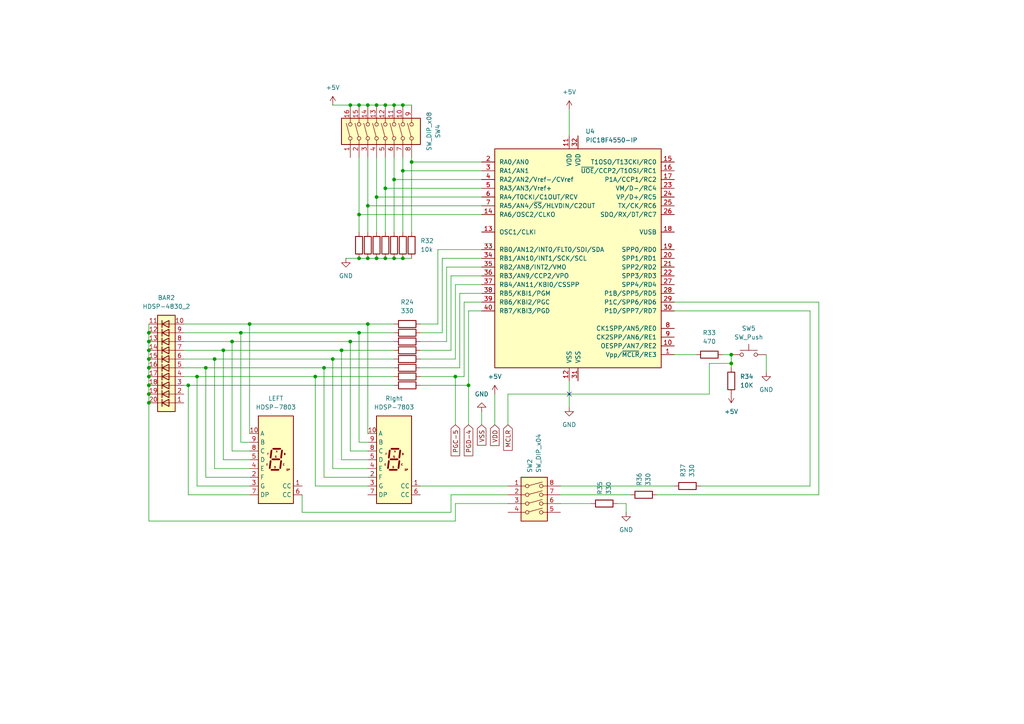
<source format=kicad_sch>
(kicad_sch (version 20250114) (generator "eeschema") (generator_version "9.0")
  (paper "A4")
  (lib_symbols
    (symbol "Device:R" (pin_numbers (hide yes)) (pin_names (offset 0))
      (property "Reference" "R" (at 2.032 0 90))
      (property "Value" "R" (at 0 0 90))
      (symbol "R_0_1"
        (rectangle (start -1.016 -2.54) (end 1.016 2.54) (stroke (width 0.254)))
      )
      (symbol "R_1_1"
        (pin passive line (at 0 3.81 270) (length 1.27) (name "~") (number "1"))
        (pin passive line (at 0 -3.81 90) (length 1.27) (name "~") (number "2"))
      )
    )
    (symbol "Display_Character:HDSP-7803"
      (property "Reference" "U" (at -3.81 13.97 0))
      (property "Value" "HDSP-7803" (at 6.35 13.97 0))
      (symbol "HDSP-7803_1_0"
        (text "E" (at -2.54 -1.397 0) (effects (font (size 0.508 0.508))))
        (text "F" (at -2.286 1.651 0) (effects (font (size 0.508 0.508))))
        (text "D" (at -0.254 -2.159 0) (effects (font (size 0.508 0.508))))
        (text "G" (at 0 0.889 0) (effects (font (size 0.508 0.508))))
        (text "A" (at 0.254 2.413 0) (effects (font (size 0.508 0.508))))
        (text "C" (at 2.286 -1.397 0) (effects (font (size 0.508 0.508))))
        (text "B" (at 2.54 1.651 0) (effects (font (size 0.508 0.508))))
        (text "DP" (at 3.556 -2.921 0) (effects (font (size 0.508 0.508))))
      )
      (symbol "HDSP-7803_1_1"
        (rectangle (start -5.08 12.7) (end 5.08 -12.7) (stroke (width 0.254)) (fill (type background)))
        (polyline (pts (xy -1.524 -0.381) (xy -1.778 -2.413)) (stroke (width 0.508)))
        (polyline (pts (xy -1.27 2.667) (xy -1.524 0.635)) (stroke (width 0.508)))
        (polyline (pts (xy -1.27 -2.921) (xy 0.762 -2.921)) (stroke (width 0.508)))
        (polyline (pts (xy -1.016 0.127) (xy 1.016 0.127)) (stroke (width 0.508)))
        (polyline (pts (xy -0.762 3.175) (xy 1.27 3.175)) (stroke (width 0.508)))
        (polyline (pts (xy 1.524 -0.381) (xy 1.27 -2.413)) (stroke (width 0.508)))
        (polyline (pts (xy 1.778 2.667) (xy 1.524 0.635)) (stroke (width 0.508)))
        (polyline (pts (xy 2.54 -2.921) (xy 2.54 -2.921)) (stroke (width 0.508)))
        (pin input line (at -7.62 7.62 0) (length 2.54) (name "A") (number "10"))
        (pin input line (at -7.62 5.08 0) (length 2.54) (name "B") (number "9"))
        (pin input line (at -7.62 2.54 0) (length 2.54) (name "C") (number "8"))
        (pin input line (at -7.62 0 0) (length 2.54) (name "D") (number "5"))
        (pin input line (at -7.62 -2.54 0) (length 2.54) (name "E") (number "4"))
        (pin input line (at -7.62 -5.08 0) (length 2.54) (name "F") (number "2"))
        (pin input line (at -7.62 -7.62 0) (length 2.54) (name "G") (number "3"))
        (pin input line (at -7.62 -10.16 0) (length 2.54) (name "DP") (number "7"))
        (pin input line (at 7.62 -7.62 180) (length 2.54) (name "CC") (number "1"))
        (pin input line (at 7.62 -10.16 180) (length 2.54) (name "CC") (number "6"))
      )
    )
    (symbol "LED:HDSP-4830_2" (pin_names (offset 1.016) (hide yes))
      (property "Reference" "BAR" (at 0 15.24 0))
      (property "Value" "HDSP-4830_2" (at 0 -17.78 0))
      (symbol "HDSP-4830_2_0_1"
        (rectangle (start -2.54 12.7) (end 2.54 -15.24) (stroke (width 0.254)) (fill (type background)))
        (polyline (pts (xy -2.54 10.16) (xy 2.54 10.16)))
        (polyline (pts (xy -2.54 7.62) (xy 2.54 7.62)))
        (polyline (pts (xy -2.54 5.08) (xy 2.54 5.08)))
        (polyline (pts (xy -2.54 0) (xy 2.54 0)))
        (polyline (pts (xy -2.54 -5.08) (xy 2.54 -5.08)))
        (polyline (pts (xy -2.54 -7.62) (xy 2.54 -7.62)))
        (polyline (pts (xy -2.54 -10.16) (xy 2.54 -10.16)))
        (polyline (pts (xy -2.54 -12.7) (xy 2.54 -12.7)))
        (polyline (pts (xy -0.762 11.176) (xy -0.762 9.144) (xy 1.27 10.16) (xy -0.762 11.176)) (stroke (width 0.254)))
        (polyline (pts (xy -0.762 8.636) (xy -0.762 6.604) (xy 1.27 7.62) (xy -0.762 8.636)) (stroke (width 0.254)))
        (polyline (pts (xy -0.762 6.096) (xy -0.762 4.064) (xy 1.27 5.08) (xy -0.762 6.096)) (stroke (width 0.254)))
        (polyline (pts (xy -0.762 3.556) (xy -0.762 1.524) (xy 1.27 2.54) (xy -0.762 3.556)) (stroke (width 0.254)))
        (polyline (pts (xy -0.762 1.016) (xy -0.762 -1.016) (xy 1.27 0) (xy -0.762 1.016)) (stroke (width 0.254)))
        (polyline (pts (xy -0.762 -1.524) (xy -0.762 -3.556) (xy 1.27 -2.54) (xy -0.762 -1.524)) (stroke (width 0.254)))
        (polyline (pts (xy -0.762 -4.064) (xy -0.762 -6.096) (xy 1.27 -5.08) (xy -0.762 -4.064)) (stroke (width 0.254)))
        (polyline (pts (xy -0.762 -6.604) (xy -0.762 -8.636) (xy 1.27 -7.62) (xy -0.762 -6.604)) (stroke (width 0.254)))
        (polyline (pts (xy -0.762 -9.144) (xy -0.762 -11.176) (xy 1.27 -10.16) (xy -0.762 -9.144)) (stroke (width 0.254)))
        (polyline (pts (xy -0.762 -11.684) (xy -0.762 -13.716) (xy 1.27 -12.7) (xy -0.762 -11.684)) (stroke (width 0.254)))
        (polyline (pts (xy 1.27 11.176) (xy 1.27 9.144)) (stroke (width 0.254)))
        (polyline (pts (xy 1.27 8.636) (xy 1.27 6.604)) (stroke (width 0.254)))
        (polyline (pts (xy 1.27 6.096) (xy 1.27 4.064)) (stroke (width 0.254)))
        (polyline (pts (xy 1.27 3.556) (xy 1.27 1.524)) (stroke (width 0.254)))
        (polyline (pts (xy 1.27 1.016) (xy 1.27 -1.016)) (stroke (width 0.254)))
        (polyline (pts (xy 1.27 -1.524) (xy 1.27 -3.556)) (stroke (width 0.254)))
        (polyline (pts (xy 1.27 -4.064) (xy 1.27 -6.096)) (stroke (width 0.254)))
        (polyline (pts (xy 1.27 -6.604) (xy 1.27 -8.636)) (stroke (width 0.254)))
        (polyline (pts (xy 1.27 -9.144) (xy 1.27 -11.176)) (stroke (width 0.254)))
        (polyline (pts (xy 1.27 -11.684) (xy 1.27 -13.716)) (stroke (width 0.254)))
        (polyline (pts (xy 2.54 2.54) (xy -2.54 2.54)))
        (polyline (pts (xy 2.54 -2.54) (xy -2.54 -2.54)))
      )
      (symbol "HDSP-4830_2_1_1"
        (pin passive line (at -5.08 10.16 0) (length 2.54) (name "A") (number "1"))
        (pin passive line (at -5.08 7.62 0) (length 2.54) (name "A") (number "2"))
        (pin passive line (at -5.08 5.08 0) (length 2.54) (name "A") (number "3"))
        (pin passive line (at -5.08 2.54 0) (length 2.54) (name "A") (number "4"))
        (pin passive line (at -5.08 0 0) (length 2.54) (name "A") (number "5"))
        (pin passive line (at -5.08 -2.54 0) (length 2.54) (name "A") (number "6"))
        (pin passive line (at -5.08 -5.08 0) (length 2.54) (name "A") (number "7"))
        (pin passive line (at -5.08 -7.62 0) (length 2.54) (name "A") (number "8"))
        (pin passive line (at -5.08 -10.16 0) (length 2.54) (name "A") (number "9"))
        (pin passive line (at -5.08 -12.7 0) (length 2.54) (name "A") (number "10"))
        (pin passive line (at 5.08 10.16 180) (length 2.54) (name "K") (number "20"))
        (pin passive line (at 5.08 7.62 180) (length 2.54) (name "K") (number "19"))
        (pin passive line (at 5.08 5.08 180) (length 2.54) (name "K") (number "18"))
        (pin passive line (at 5.08 2.54 180) (length 2.54) (name "K") (number "17"))
        (pin passive line (at 5.08 0 180) (length 2.54) (name "K") (number "16"))
        (pin passive line (at 5.08 -2.54 180) (length 2.54) (name "K") (number "15"))
        (pin passive line (at 5.08 -5.08 180) (length 2.54) (name "K") (number "14"))
        (pin passive line (at 5.08 -7.62 180) (length 2.54) (name "K") (number "13"))
        (pin passive line (at 5.08 -10.16 180) (length 2.54) (name "K") (number "12"))
        (pin passive line (at 5.08 -12.7 180) (length 2.54) (name "K") (number "11"))
      )
    )
    (symbol "MCU_Microchip_PIC18:PIC18F4550-IP" (pin_names (offset 1.27))
      (property "Reference" "U" (at -22.86 33.02 0))
      (property "Value" "PIC18F4550-IP" (at 13.97 -33.02 0))
      (symbol "PIC18F4550-IP_0_1"
        (rectangle (start -24.13 31.75) (end 24.13 -31.75) (stroke (width 0.254)) (fill (type background)))
      )
      (symbol "PIC18F4550-IP_1_1"
        (pin bidirectional line (at -27.94 27.94 0) (length 3.81) (name "RA0/AN0") (number "2"))
        (pin bidirectional line (at -27.94 25.4 0) (length 3.81) (name "RA1/AN1") (number "3"))
        (pin bidirectional line (at -27.94 22.86 0) (length 3.81) (name "RA2/AN2/Vref-/CVref") (number "4"))
        (pin bidirectional line (at -27.94 20.32 0) (length 3.81) (name "RA3/AN3/Vref+") (number "5"))
        (pin bidirectional line (at -27.94 17.78 0) (length 3.81) (name "RA4/T0CKI/C1OUT/RCV") (number "6"))
        (pin bidirectional line (at -27.94 15.24 0) (length 3.81) (name "RA5/AN4/~{SS}/HLVDIN/C2OUT") (number "7"))
        (pin output line (at -27.94 12.7 0) (length 3.81) (name "RA6/OSC2/CLKO") (number "14"))
        (pin input line (at -27.94 7.62 0) (length 3.81) (name "OSC1/CLKI") (number "13"))
        (pin bidirectional line (at -27.94 2.54 0) (length 3.81) (name "RB0/AN12/INT0/FLT0/SDI/SDA") (number "33"))
        (pin bidirectional line (at -27.94 0 0) (length 3.81) (name "RB1/AN10/INT1/SCK/SCL") (number "34"))
        (pin bidirectional line (at -27.94 -2.54 0) (length 3.81) (name "RB2/AN8/INT2/VMO") (number "35"))
        (pin bidirectional line (at -27.94 -5.08 0) (length 3.81) (name "RB3/AN9/CCP2/VPO") (number "36"))
        (pin bidirectional line (at -27.94 -7.62 0) (length 3.81) (name "RB4/AN11/KBI0/CSSPP") (number "37"))
        (pin bidirectional line (at -27.94 -10.16 0) (length 3.81) (name "RB5/KBI1/PGM") (number "38"))
        (pin bidirectional line (at -27.94 -12.7 0) (length 3.81) (name "RB6/KBI2/PGC") (number "39"))
        (pin bidirectional line (at -27.94 -15.24 0) (length 3.81) (name "RB7/KBI3/PGD") (number "40"))
        (pin power_in line (at -2.54 35.56 270) (length 3.81) (name "VDD") (number "11"))
        (pin power_in line (at -2.54 -35.56 90) (length 3.81) (name "VSS") (number "12"))
        (pin power_in line (at 0 35.56 270) (length 3.81) (name "VDD") (number "32"))
        (pin power_in line (at 0 -35.56 90) (length 3.81) (name "VSS") (number "31"))
        (pin bidirectional line (at 27.94 27.94 180) (length 3.81) (name "T1OSO/T13CKI/RC0") (number "15"))
        (pin bidirectional line (at 27.94 25.4 180) (length 3.81) (name "~{UOE}/CCP2/T1OSI/RC1") (number "16"))
        (pin bidirectional line (at 27.94 22.86 180) (length 3.81) (name "P1A/CCP1/RC2") (number "17"))
        (pin bidirectional line (at 27.94 20.32 180) (length 3.81) (name "VM/D-/RC4") (number "23"))
        (pin bidirectional line (at 27.94 17.78 180) (length 3.81) (name "VP/D+/RC5") (number "24"))
        (pin bidirectional line (at 27.94 15.24 180) (length 3.81) (name "TX/CK/RC6") (number "25"))
        (pin bidirectional line (at 27.94 12.7 180) (length 3.81) (name "SDO/RX/DT/RC7") (number "26"))
        (pin bidirectional line (at 27.94 7.62 180) (length 3.81) (name "VUSB") (number "18"))
        (pin bidirectional line (at 27.94 2.54 180) (length 3.81) (name "SPP0/RD0") (number "19"))
        (pin bidirectional line (at 27.94 0 180) (length 3.81) (name "SPP1/RD1") (number "20"))
        (pin bidirectional line (at 27.94 -2.54 180) (length 3.81) (name "SPP2/RD2") (number "21"))
        (pin bidirectional line (at 27.94 -5.08 180) (length 3.81) (name "SPP3/RD3") (number "22"))
        (pin bidirectional line (at 27.94 -7.62 180) (length 3.81) (name "SPP4/RD4") (number "27"))
        (pin bidirectional line (at 27.94 -10.16 180) (length 3.81) (name "P1B/SPP5/RD5") (number "28"))
        (pin bidirectional line (at 27.94 -12.7 180) (length 3.81) (name "P1C/SPP6/RD6") (number "29"))
        (pin bidirectional line (at 27.94 -15.24 180) (length 3.81) (name "P1D/SPP7/RD7") (number "30"))
        (pin bidirectional line (at 27.94 -20.32 180) (length 3.81) (name "CK1SPP/AN5/RE0") (number "8"))
        (pin bidirectional line (at 27.94 -22.86 180) (length 3.81) (name "CK2SPP/AN6/RE1") (number "9"))
        (pin bidirectional line (at 27.94 -25.4 180) (length 3.81) (name "OESPP/AN7/RE2") (number "10"))
        (pin input line (at 27.94 -27.94 180) (length 3.81) (name "Vpp/~{MCLR}/RE3") (number "1"))
      )
    )
    (symbol "Switch:SW_DIP_x04" (pin_names (offset 0) (hide yes))
      (property "Reference" "SW" (at 0 8.89 0))
      (property "Value" "SW_DIP_x04" (at 0 -6.35 0))
      (symbol "SW_DIP_x04_0_0"
        (circle (center -2.032 5.08) (radius 0.508))
        (circle (center -2.032 2.54) (radius 0.508))
        (circle (center -2.032 0) (radius 0.508))
        (circle (center -2.032 -2.54) (radius 0.508))
        (polyline (pts (xy -1.524 5.207) (xy 2.3622 6.2484)))
        (polyline (pts (xy -1.524 2.667) (xy 2.3622 3.7084)))
        (polyline (pts (xy -1.524 0.127) (xy 2.3622 1.1684)))
        (polyline (pts (xy -1.524 -2.3876) (xy 2.3622 -1.3462)))
        (circle (center 2.032 5.08) (radius 0.508))
        (circle (center 2.032 2.54) (radius 0.508))
        (circle (center 2.032 0) (radius 0.508))
        (circle (center 2.032 -2.54) (radius 0.508))
      )
      (symbol "SW_DIP_x04_0_1"
        (rectangle (start -3.81 7.62) (end 3.81 -5.08) (stroke (width 0.254)) (fill (type background)))
      )
      (symbol "SW_DIP_x04_1_1"
        (pin passive line (at -7.62 5.08 0) (length 5.08) (name "~") (number "1"))
        (pin passive line (at -7.62 2.54 0) (length 5.08) (name "~") (number "2"))
        (pin passive line (at -7.62 0 0) (length 5.08) (name "~") (number "3"))
        (pin passive line (at -7.62 -2.54 0) (length 5.08) (name "~") (number "4"))
        (pin passive line (at 7.62 5.08 180) (length 5.08) (name "~") (number "8"))
        (pin passive line (at 7.62 2.54 180) (length 5.08) (name "~") (number "7"))
        (pin passive line (at 7.62 0 180) (length 5.08) (name "~") (number "6"))
        (pin passive line (at 7.62 -2.54 180) (length 5.08) (name "~") (number "5"))
      )
    )
    (symbol "Switch:SW_DIP_x08" (pin_names (offset 0) (hide yes))
      (property "Reference" "SW" (at 0 13.97 0))
      (property "Value" "SW_DIP_x08" (at 0 -11.43 0))
      (symbol "SW_DIP_x08_0_0"
        (circle (center -2.032 10.16) (radius 0.508))
        (circle (center -2.032 7.62) (radius 0.508))
        (circle (center -2.032 5.08) (radius 0.508))
        (circle (center -2.032 2.54) (radius 0.508))
        (circle (center -2.032 0) (radius 0.508))
        (circle (center -2.032 -2.54) (radius 0.508))
        (circle (center -2.032 -5.08) (radius 0.508))
        (circle (center -2.032 -7.62) (radius 0.508))
        (polyline (pts (xy -1.524 10.287) (xy 2.3622 11.3284)))
        (polyline (pts (xy -1.524 7.747) (xy 2.3622 8.7884)))
        (polyline (pts (xy -1.524 5.207) (xy 2.3622 6.2484)))
        (polyline (pts (xy -1.524 2.667) (xy 2.3622 3.7084)))
        (polyline (pts (xy -1.524 0.127) (xy 2.3622 1.1684)))
        (polyline (pts (xy -1.524 -2.3876) (xy 2.3622 -1.3462)))
        (polyline (pts (xy -1.524 -4.9276) (xy 2.3622 -3.8862)))
        (polyline (pts (xy -1.524 -7.4676) (xy 2.3622 -6.4262)))
        (circle (center 2.032 10.16) (radius 0.508))
        (circle (center 2.032 7.62) (radius 0.508))
        (circle (center 2.032 5.08) (radius 0.508))
        (circle (center 2.032 2.54) (radius 0.508))
        (circle (center 2.032 0) (radius 0.508))
        (circle (center 2.032 -2.54) (radius 0.508))
        (circle (center 2.032 -5.08) (radius 0.508))
        (circle (center 2.032 -7.62) (radius 0.508))
      )
      (symbol "SW_DIP_x08_0_1"
        (rectangle (start -3.81 12.7) (end 3.81 -10.16) (stroke (width 0.254)) (fill (type background)))
      )
      (symbol "SW_DIP_x08_1_1"
        (pin passive line (at -7.62 10.16 0) (length 5.08) (name "~") (number "1"))
        (pin passive line (at -7.62 7.62 0) (length 5.08) (name "~") (number "2"))
        (pin passive line (at -7.62 5.08 0) (length 5.08) (name "~") (number "3"))
        (pin passive line (at -7.62 2.54 0) (length 5.08) (name "~") (number "4"))
        (pin passive line (at -7.62 0 0) (length 5.08) (name "~") (number "5"))
        (pin passive line (at -7.62 -2.54 0) (length 5.08) (name "~") (number "6"))
        (pin passive line (at -7.62 -5.08 0) (length 5.08) (name "~") (number "7"))
        (pin passive line (at -7.62 -7.62 0) (length 5.08) (name "~") (number "8"))
        (pin passive line (at 7.62 10.16 180) (length 5.08) (name "~") (number "16"))
        (pin passive line (at 7.62 7.62 180) (length 5.08) (name "~") (number "15"))
        (pin passive line (at 7.62 5.08 180) (length 5.08) (name "~") (number "14"))
        (pin passive line (at 7.62 2.54 180) (length 5.08) (name "~") (number "13"))
        (pin passive line (at 7.62 0 180) (length 5.08) (name "~") (number "12"))
        (pin passive line (at 7.62 -2.54 180) (length 5.08) (name "~") (number "11"))
        (pin passive line (at 7.62 -5.08 180) (length 5.08) (name "~") (number "10"))
        (pin passive line (at 7.62 -7.62 180) (length 5.08) (name "~") (number "9"))
      )
    )
    (symbol "Switch:SW_Push" (pin_numbers (hide yes)) (pin_names (offset 1.016) (hide yes))
      (property "Reference" "SW" (at 1.27 2.54 0))
      (property "Value" "SW_Push" (at 0 -1.524 0))
      (symbol "SW_Push_0_1"
        (circle (center -2.032 0) (radius 0.508))
        (polyline (pts (xy 0 1.27) (xy 0 3.048)))
        (circle (center 2.032 0) (radius 0.508))
        (polyline (pts (xy 2.54 1.27) (xy -2.54 1.27)))
        (pin passive line (at -5.08 0 0) (length 2.54) (name "1") (number "1"))
        (pin passive line (at 5.08 0 180) (length 2.54) (name "2") (number "2"))
      )
    )
    (symbol "power:+5V" (power) (pin_numbers (hide yes)) (pin_names (offset 0) (hide yes))
      (property "Value" "+5V" (at 0 3.556 0))
      (symbol "+5V_0_1"
        (polyline (pts (xy -0.762 1.27) (xy 0 2.54)))
        (polyline (pts (xy 0 2.54) (xy 0.762 1.27)))
        (polyline (pts (xy 0 0) (xy 0 2.54)))
      )
      (symbol "+5V_1_1"
        (pin power_in line (at 0 0 90) (length 0) (name "~") (number "1"))
      )
    )
    (symbol "power:GND" (power) (pin_numbers (hide yes)) (pin_names (offset 0) (hide yes))
      (property "Value" "GND" (at 0 -3.81 0))
      (symbol "GND_0_1"
        (polyline (pts (xy 0 0) (xy 0 -1.27) (xy 1.27 -1.27) (xy 0 -2.54) (xy -1.27 -1.27) (xy 0 -1.27)))
      )
      (symbol "GND_1_1"
        (pin power_in line (at 0 0 270) (length 0) (name "~") (number "1"))
      )
    )
  )
  (junction (at 104.14 96.52))
  (junction (at 114.3 74.93))
  (junction (at 116.84 30.48))
  (junction (at 64.77 101.6))
  (junction (at 43.18 101.6))
  (junction (at 101.6 30.48))
  (junction (at 62.23 104.14))
  (junction (at 106.68 74.93))
  (junction (at 69.85 96.52))
  (junction (at 57.15 109.22))
  (junction (at 93.98 106.68))
  (junction (at 43.18 106.68))
  (junction (at 54.61 111.76))
  (junction (at 43.18 99.06))
  (junction (at 43.18 109.22))
  (junction (at 135.89 111.76))
  (junction (at 106.68 93.98))
  (junction (at 43.18 114.3))
  (junction (at 111.76 74.93))
  (junction (at 72.39 93.98))
  (junction (at 109.22 74.93))
  (junction (at 212.09 102.87))
  (junction (at 91.44 109.22))
  (junction (at 101.6 99.06))
  (junction (at 111.76 30.48))
  (junction (at 109.22 57.15))
  (junction (at 114.3 30.48))
  (junction (at 116.84 74.93))
  (junction (at 104.14 62.23))
  (junction (at 43.18 116.84))
  (junction (at 43.18 111.76))
  (junction (at 106.68 59.69))
  (junction (at 96.52 104.14))
  (junction (at 104.14 30.48))
  (junction (at 109.22 30.48))
  (junction (at 99.06 101.6))
  (junction (at 114.3 52.07))
  (junction (at 116.84 49.53))
  (junction (at 119.38 46.99))
  (junction (at 106.68 30.48))
  (junction (at 59.69 106.68))
  (junction (at 132.08 109.22))
  (junction (at 111.76 54.61))
  (junction (at 104.14 74.93))
  (junction (at 43.18 104.14))
  (junction (at 43.18 96.52))
  (junction (at 212.09 105.41))
  (junction (at 67.31 99.06))
  (no_connect (at 165.1 114.3))
  (wire (pts (xy 139.7 72.39) (xy 127 72.39)))
  (wire (pts (xy 133.35 85.09) (xy 133.35 106.68)))
  (wire (pts (xy 104.14 62.23) (xy 104.14 67.31)))
  (wire (pts (xy 106.68 128.27) (xy 104.14 128.27)))
  (wire (pts (xy 111.76 30.48) (xy 109.22 30.48)))
  (wire (pts (xy 53.34 93.98) (xy 72.39 93.98)))
  (wire (pts (xy 129.54 99.06) (xy 121.92 99.06)))
  (wire (pts (xy 99.06 101.6) (xy 114.3 101.6)))
  (wire (pts (xy 104.14 30.48) (xy 101.6 30.48)))
  (wire (pts (xy 162.56 143.51) (xy 182.88 143.51)))
  (wire (pts (xy 104.14 62.23) (xy 104.14 45.72)))
  (wire (pts (xy 72.39 140.97) (xy 57.15 140.97)))
  (wire (pts (xy 54.61 111.76) (xy 114.3 111.76)))
  (wire (pts (xy 53.34 99.06) (xy 67.31 99.06)))
  (wire (pts (xy 234.95 140.97) (xy 234.95 90.17)))
  (wire (pts (xy 114.3 30.48) (xy 111.76 30.48)))
  (wire (pts (xy 139.7 46.99) (xy 119.38 46.99)))
  (wire (pts (xy 139.7 52.07) (xy 114.3 52.07)))
  (wire (pts (xy 106.68 133.35) (xy 99.06 133.35)))
  (wire (pts (xy 121.92 140.97) (xy 147.32 140.97)))
  (wire (pts (xy 72.39 130.81) (xy 67.31 130.81)))
  (wire (pts (xy 72.39 93.98) (xy 106.68 93.98)))
  (wire (pts (xy 64.77 101.6) (xy 99.06 101.6)))
  (wire (pts (xy 109.22 30.48) (xy 106.68 30.48)))
  (wire (pts (xy 69.85 128.27) (xy 69.85 96.52)))
  (wire (pts (xy 205.74 114.3) (xy 147.32 114.3)))
  (wire (pts (xy 106.68 140.97) (xy 91.44 140.97)))
  (wire (pts (xy 91.44 109.22) (xy 114.3 109.22)))
  (wire (pts (xy 93.98 138.43) (xy 93.98 106.68)))
  (wire (pts (xy 53.34 104.14) (xy 62.23 104.14)))
  (wire (pts (xy 104.14 74.93) (xy 106.68 74.93)))
  (wire (pts (xy 100.33 74.93) (xy 104.14 74.93)))
  (wire (pts (xy 87.63 148.59) (xy 87.63 143.51)))
  (wire (pts (xy 116.84 30.48) (xy 114.3 30.48)))
  (wire (pts (xy 130.81 143.51) (xy 130.81 148.59)))
  (wire (pts (xy 67.31 130.81) (xy 67.31 99.06)))
  (wire (pts (xy 237.49 143.51) (xy 237.49 87.63)))
  (wire (pts (xy 96.52 104.14) (xy 114.3 104.14)))
  (wire (pts (xy 222.25 102.87) (xy 222.25 107.95)))
  (wire (pts (xy 53.34 109.22) (xy 57.15 109.22)))
  (wire (pts (xy 132.08 82.55) (xy 132.08 104.14)))
  (wire (pts (xy 43.18 104.14) (xy 43.18 106.68)))
  (wire (pts (xy 143.51 114.3) (xy 143.51 123.19)))
  (wire (pts (xy 162.56 146.05) (xy 171.45 146.05)))
  (wire (pts (xy 130.81 101.6) (xy 121.92 101.6)))
  (wire (pts (xy 195.58 102.87) (xy 201.93 102.87)))
  (wire (pts (xy 135.89 111.76) (xy 121.92 111.76)))
  (wire (pts (xy 101.6 99.06) (xy 114.3 99.06)))
  (wire (pts (xy 111.76 54.61) (xy 111.76 67.31)))
  (wire (pts (xy 128.27 96.52) (xy 121.92 96.52)))
  (wire (pts (xy 129.54 77.47) (xy 129.54 99.06)))
  (wire (pts (xy 114.3 52.07) (xy 114.3 45.72)))
  (wire (pts (xy 43.18 106.68) (xy 43.18 109.22)))
  (wire (pts (xy 106.68 30.48) (xy 104.14 30.48)))
  (wire (pts (xy 43.18 99.06) (xy 43.18 101.6)))
  (wire (pts (xy 165.1 31.75) (xy 165.1 39.37)))
  (wire (pts (xy 132.08 104.14) (xy 121.92 104.14)))
  (wire (pts (xy 181.61 146.05) (xy 181.61 148.59)))
  (wire (pts (xy 119.38 46.99) (xy 119.38 45.72)))
  (wire (pts (xy 99.06 133.35) (xy 99.06 101.6)))
  (wire (pts (xy 139.7 119.38) (xy 139.7 123.19)))
  (wire (pts (xy 93.98 106.68) (xy 114.3 106.68)))
  (wire (pts (xy 59.69 106.68) (xy 93.98 106.68)))
  (wire (pts (xy 139.7 82.55) (xy 132.08 82.55)))
  (wire (pts (xy 43.18 111.76) (xy 43.18 114.3)))
  (wire (pts (xy 132.08 146.05) (xy 147.32 146.05)))
  (wire (pts (xy 43.18 101.6) (xy 43.18 104.14)))
  (wire (pts (xy 43.18 109.22) (xy 43.18 111.76)))
  (wire (pts (xy 43.18 93.98) (xy 43.18 96.52)))
  (wire (pts (xy 139.7 87.63) (xy 134.62 87.63)))
  (wire (pts (xy 114.3 52.07) (xy 114.3 67.31)))
  (wire (pts (xy 54.61 143.51) (xy 54.61 111.76)))
  (wire (pts (xy 57.15 140.97) (xy 57.15 109.22)))
  (wire (pts (xy 205.74 105.41) (xy 205.74 114.3)))
  (wire (pts (xy 101.6 130.81) (xy 101.6 99.06)))
  (wire (pts (xy 43.18 96.52) (xy 43.18 99.06)))
  (wire (pts (xy 72.39 93.98) (xy 72.39 125.73)))
  (wire (pts (xy 133.35 106.68) (xy 121.92 106.68)))
  (wire (pts (xy 101.6 30.48) (xy 96.52 30.48)))
  (wire (pts (xy 106.68 130.81) (xy 101.6 130.81)))
  (wire (pts (xy 72.39 138.43) (xy 59.69 138.43)))
  (wire (pts (xy 43.18 114.3) (xy 43.18 116.84)))
  (wire (pts (xy 72.39 143.51) (xy 54.61 143.51)))
  (wire (pts (xy 132.08 109.22) (xy 134.62 109.22)))
  (wire (pts (xy 237.49 87.63) (xy 195.58 87.63)))
  (wire (pts (xy 64.77 133.35) (xy 64.77 101.6)))
  (wire (pts (xy 234.95 90.17) (xy 195.58 90.17)))
  (wire (pts (xy 116.84 49.53) (xy 139.7 49.53)))
  (wire (pts (xy 109.22 57.15) (xy 109.22 67.31)))
  (wire (pts (xy 134.62 87.63) (xy 134.62 109.22)))
  (wire (pts (xy 111.76 54.61) (xy 111.76 45.72)))
  (wire (pts (xy 130.81 80.01) (xy 130.81 101.6)))
  (wire (pts (xy 72.39 135.89) (xy 62.23 135.89)))
  (wire (pts (xy 162.56 140.97) (xy 195.58 140.97)))
  (wire (pts (xy 43.18 116.84) (xy 43.18 151.13)))
  (wire (pts (xy 109.22 57.15) (xy 109.22 45.72)))
  (wire (pts (xy 212.09 102.87) (xy 212.09 105.41)))
  (wire (pts (xy 119.38 46.99) (xy 119.38 67.31)))
  (wire (pts (xy 53.34 106.68) (xy 59.69 106.68)))
  (wire (pts (xy 106.68 59.69) (xy 106.68 45.72)))
  (wire (pts (xy 114.3 74.93) (xy 116.84 74.93)))
  (wire (pts (xy 96.52 135.89) (xy 96.52 104.14)))
  (wire (pts (xy 91.44 140.97) (xy 91.44 109.22)))
  (wire (pts (xy 179.07 146.05) (xy 181.61 146.05)))
  (wire (pts (xy 139.7 74.93) (xy 128.27 74.93)))
  (wire (pts (xy 135.89 90.17) (xy 135.89 111.76)))
  (wire (pts (xy 127 93.98) (xy 121.92 93.98)))
  (wire (pts (xy 106.68 135.89) (xy 96.52 135.89)))
  (wire (pts (xy 69.85 96.52) (xy 104.14 96.52)))
  (wire (pts (xy 139.7 57.15) (xy 109.22 57.15)))
  (wire (pts (xy 43.18 151.13) (xy 132.08 151.13)))
  (wire (pts (xy 53.34 111.76) (xy 54.61 111.76)))
  (wire (pts (xy 106.68 93.98) (xy 106.68 125.73)))
  (wire (pts (xy 109.22 74.93) (xy 111.76 74.93)))
  (wire (pts (xy 104.14 128.27) (xy 104.14 96.52)))
  (wire (pts (xy 135.89 111.76) (xy 135.89 123.19)))
  (wire (pts (xy 139.7 85.09) (xy 133.35 85.09)))
  (wire (pts (xy 72.39 128.27) (xy 69.85 128.27)))
  (wire (pts (xy 53.34 101.6) (xy 64.77 101.6)))
  (wire (pts (xy 62.23 104.14) (xy 96.52 104.14)))
  (wire (pts (xy 106.68 138.43) (xy 93.98 138.43)))
  (wire (pts (xy 116.84 49.53) (xy 116.84 45.72)))
  (wire (pts (xy 72.39 133.35) (xy 64.77 133.35)))
  (wire (pts (xy 212.09 105.41) (xy 212.09 106.68)))
  (wire (pts (xy 111.76 74.93) (xy 114.3 74.93)))
  (wire (pts (xy 59.69 138.43) (xy 59.69 106.68)))
  (wire (pts (xy 139.7 54.61) (xy 111.76 54.61)))
  (wire (pts (xy 121.92 109.22) (xy 132.08 109.22)))
  (wire (pts (xy 139.7 62.23) (xy 104.14 62.23)))
  (wire (pts (xy 104.14 96.52) (xy 114.3 96.52)))
  (wire (pts (xy 67.31 99.06) (xy 101.6 99.06)))
  (wire (pts (xy 190.5 143.51) (xy 237.49 143.51)))
  (wire (pts (xy 212.09 105.41) (xy 205.74 105.41)))
  (wire (pts (xy 132.08 109.22) (xy 132.08 123.19)))
  (wire (pts (xy 106.68 93.98) (xy 114.3 93.98)))
  (wire (pts (xy 106.68 74.93) (xy 109.22 74.93)))
  (wire (pts (xy 106.68 59.69) (xy 106.68 67.31)))
  (wire (pts (xy 147.32 114.3) (xy 147.32 123.19)))
  (wire (pts (xy 116.84 74.93) (xy 119.38 74.93)))
  (wire (pts (xy 139.7 90.17) (xy 135.89 90.17)))
  (wire (pts (xy 209.55 102.87) (xy 212.09 102.87)))
  (wire (pts (xy 127 72.39) (xy 127 93.98)))
  (wire (pts (xy 203.2 140.97) (xy 234.95 140.97)))
  (wire (pts (xy 116.84 49.53) (xy 116.84 67.31)))
  (wire (pts (xy 128.27 74.93) (xy 128.27 96.52)))
  (wire (pts (xy 119.38 30.48) (xy 116.84 30.48)))
  (wire (pts (xy 62.23 135.89) (xy 62.23 104.14)))
  (wire (pts (xy 139.7 59.69) (xy 106.68 59.69)))
  (wire (pts (xy 57.15 109.22) (xy 91.44 109.22)))
  (wire (pts (xy 139.7 80.01) (xy 130.81 80.01)))
  (wire (pts (xy 139.7 77.47) (xy 129.54 77.47)))
  (wire (pts (xy 130.81 148.59) (xy 87.63 148.59)))
  (wire (pts (xy 147.32 143.51) (xy 130.81 143.51)))
  (wire (pts (xy 53.34 96.52) (xy 69.85 96.52)))
  (wire (pts (xy 132.08 151.13) (xy 132.08 146.05)))
  (wire (pts (xy 165.1 110.49) (xy 165.1 118.11)))
  (global_label "PGC-5" (shape input) (at 132.08 123.19 270) (property "Intersheetrefs" "${INTERSHEET_REFS}" (effects (hide yes))))
  (global_label "MCLR" (shape input) (at 147.32 123.19 270) (property "Intersheetrefs" "${INTERSHEET_REFS}" (effects (hide yes))))
  (global_label "VSS" (shape input) (at 139.7 123.19 270) (property "Intersheetrefs" "${INTERSHEET_REFS}" (effects (hide yes))))
  (global_label "VDD" (shape input) (at 143.51 123.19 270) (property "Intersheetrefs" "${INTERSHEET_REFS}" (effects (hide yes))))
  (global_label "PGD-4" (shape input) (at 135.89 123.19 270) (property "Intersheetrefs" "${INTERSHEET_REFS}" (effects (hide yes))))
  (symbol (lib_id "power:+5V") (at 212.09 114.3 180) (unit 1)
    (property "Reference" "#PWR017" (effects (hide yes)))
    (property "Value" "+5V" (at 212.09 119.38 0))
    (property "Description" "Power symbol creates a global label with name \"+5V\"" (effects (hide yes)))
  )
  (symbol (lib_id "Device:R") (at 212.09 110.49 0) (unit 1)
    (property "Reference" "R34" (at 214.63 109.2199 0) (effects (justify left)))
    (property "Value" "10K" (at 214.63 111.7599 0) (effects (justify left)))
    (property "Description" "Resistor" (effects (hide yes)))
  )
  (symbol (lib_id "Device:R") (at 186.69 143.51 90) (unit 1)
    (property "Reference" "R36" (at 185.4199 140.97 0) (effects (justify left)))
    (property "Value" "330" (at 187.9599 140.97 0) (effects (justify left)))
    (property "Description" "Resistor" (effects (hide yes)))
  )
  (symbol (lib_id "Switch:SW_DIP_x04") (at 154.94 146.05 0) (unit 1)
    (property "Reference" "SW2" (at 153.6699 137.16 90) (effects (justify left)))
    (property "Value" "SW_DIP_x04" (at 156.2099 137.16 90) (effects (justify left)))
    (property "Description" "4x DIP Switch, Single Pole Single Throw (SPST) switch, small symbol" (effects (hide yes)))
  )
  (symbol (lib_id "Device:R") (at 118.11 101.6 90) (unit 1)
    (property "Reference" "R27" (effects (hide yes)))
    (property "Value" "330" (effects (hide yes)))
    (property "Description" "Resistor" (effects (hide yes)))
  )
  (symbol (lib_id "Device:R") (at 118.11 104.14 90) (unit 1)
    (property "Reference" "R28" (effects (hide yes)))
    (property "Value" "330" (effects (hide yes)))
    (property "Description" "Resistor" (effects (hide yes)))
  )
  (symbol (lib_id "power:+5V") (at 143.51 114.3 0) (unit 1)
    (property "Reference" "#PWR014" (effects (hide yes)))
    (property "Value" "+5V" (at 143.51 109.22 0))
    (property "Description" "Power symbol creates a global label with name \"+5V\"" (effects (hide yes)))
  )
  (symbol (lib_id "Display_Character:HDSP-7803") (at 80.01 133.35 0) (unit 1)
    (property "Reference" "LEFT" (at 80.01 115.57 0))
    (property "Value" "HDSP-7803" (at 80.01 118.11 0))
    (property "Footprint" "Display_7Segment:HDSP-7801" (effects (hide yes)))
    (property "Datasheet" "https://docs.broadcom.com/docs/AV02-2553EN" (effects (hide yes)))
    (property "Description" "One digit 7 segment green, common cathode" (effects (hide yes)))
  )
  (symbol (lib_id "Switch:SW_DIP_x08") (at 111.76 38.1 90) (unit 1)
    (property "Reference" "SW4" (at 127 38.1 0))
    (property "Value" "SW_DIP_x08" (at 124.46 38.1 0))
    (property "Description" "8x DIP Switch, Single Pole Single Throw (SPST) switch, small symbol" (effects (hide yes)))
  )
  (symbol (lib_id "power:+5V") (at 96.52 30.48 0) (unit 1)
    (property "Reference" "#PWR011" (effects (hide yes)))
    (property "Value" "+5V" (at 96.52 25.4 0))
    (property "Description" "Power symbol creates a global label with name \"+5V\"" (effects (hide yes)))
  )
  (symbol (lib_id "Device:R") (at 175.26 146.05 90) (unit 1)
    (property "Reference" "R35" (at 173.9899 143.51 0) (effects (justify left)))
    (property "Value" "330" (at 176.5299 143.51 0) (effects (justify left)))
    (property "Description" "Resistor" (effects (hide yes)))
  )
  (symbol (lib_id "Device:R") (at 104.14 71.12 0) (unit 1)
    (property "Reference" "R9" (effects (hide yes)))
    (property "Value" "10k" (effects (hide yes)))
    (property "Description" "Resistor" (effects (hide yes)))
  )
  (symbol (lib_id "Device:R") (at 111.76 71.12 0) (unit 1)
    (property "Reference" "R21" (effects (hide yes)))
    (property "Value" "10k" (effects (hide yes)))
    (property "Description" "Resistor" (effects (hide yes)))
  )
  (symbol (lib_id "Device:R") (at 119.38 71.12 0) (unit 1)
    (property "Reference" "R32" (at 121.92 69.8499 0) (effects (justify left)))
    (property "Value" "10k" (at 121.92 72.3899 0) (effects (justify left)))
    (property "Description" "Resistor" (effects (hide yes)))
  )
  (symbol (lib_id "Device:R") (at 116.84 71.12 0) (unit 1)
    (property "Reference" "R23" (effects (hide yes)))
    (property "Value" "10k" (effects (hide yes)))
    (property "Description" "Resistor" (effects (hide yes)))
  )
  (symbol (lib_id "Device:R") (at 118.11 109.22 90) (unit 1)
    (property "Reference" "R30" (effects (hide yes)))
    (property "Value" "330" (effects (hide yes)))
    (property "Description" "Resistor" (effects (hide yes)))
  )
  (symbol (lib_id "Device:R") (at 118.11 99.06 90) (unit 1)
    (property "Reference" "R26" (effects (hide yes)))
    (property "Value" "330" (effects (hide yes)))
    (property "Description" "Resistor" (effects (hide yes)))
  )
  (symbol (lib_id "power:GND") (at 139.7 119.38 180) (unit 1)
    (property "Reference" "#PWR013" (effects (hide yes)))
    (property "Value" "GND" (at 139.7 114.3 0))
    (property "Description" "Power symbol creates a global label with name \"GND\" , ground" (effects (hide yes)))
  )
  (symbol (lib_id "Device:R") (at 199.39 140.97 90) (unit 1)
    (property "Reference" "R37" (at 198.1199 138.43 0) (effects (justify left)))
    (property "Value" "330" (at 200.6599 138.43 0) (effects (justify left)))
    (property "Description" "Resistor" (effects (hide yes)))
  )
  (symbol (lib_id "LED:HDSP-4830_2") (at 48.26 106.68 180) (unit 1)
    (property "Reference" "BAR2" (at 48.26 86.36 0))
    (property "Value" "HDSP-4830_2" (at 48.26 88.9 0))
    (property "Footprint" "Display:HDSP-4830" (effects (hide yes)))
    (property "Datasheet" "https://docs.broadcom.com/docs/AV02-1798EN" (effects (hide yes)))
    (property "Description" "BAR GRAPH 10 segment block, high efficiency red" (effects (hide yes)))
  )
  (symbol (lib_id "Device:R") (at 114.3 71.12 0) (unit 1)
    (property "Reference" "R22" (effects (hide yes)))
    (property "Value" "10k" (effects (hide yes)))
    (property "Description" "Resistor" (effects (hide yes)))
  )
  (symbol (lib_id "Device:R") (at 118.11 111.76 90) (unit 1)
    (property "Reference" "R31" (effects (hide yes)))
    (property "Value" "330" (effects (hide yes)))
    (property "Description" "Resistor" (effects (hide yes)))
  )
  (symbol (lib_id "power:GND") (at 100.33 74.93 0) (unit 1)
    (property "Reference" "#PWR012" (effects (hide yes)))
    (property "Value" "GND" (at 100.33 80.01 0))
    (property "Description" "Power symbol creates a global label with name \"GND\" , ground" (effects (hide yes)))
  )
  (symbol (lib_id "power:GND") (at 222.25 107.95 0) (unit 1)
    (property "Reference" "#PWR018" (effects (hide yes)))
    (property "Value" "GND" (at 222.25 113.03 0))
    (property "Description" "Power symbol creates a global label with name \"GND\" , ground" (effects (hide yes)))
  )
  (symbol (lib_id "Device:R") (at 118.11 96.52 90) (unit 1)
    (property "Reference" "R25" (effects (hide yes)))
    (property "Value" "330" (effects (hide yes)))
    (property "Description" "Resistor" (effects (hide yes)))
  )
  (symbol (lib_id "MCU_Microchip_PIC18:PIC18F4550-IP") (at 167.64 74.93 0) (unit 1)
    (property "Reference" "U4" (at 169.7833 38.1 0) (effects (justify left)))
    (property "Value" "PIC18F4550-IP" (at 169.7833 40.64 0) (effects (justify left)))
    (property "Footprint" "Package_DIP:DIP-40_W15.24mm" (effects (hide yes)))
    (property "Datasheet" "http://ww1.microchip.com/downloads/en/DeviceDoc/39760d.pdf" (effects (hide yes)))
    (property "Description" "32K Flash, 2K SRAM, 256 EEPROM, USB, nanoWatt XLP, DIP40" (effects (hide yes)))
  )
  (symbol (lib_id "Device:R") (at 118.11 106.68 90) (unit 1)
    (property "Reference" "R29" (effects (hide yes)))
    (property "Value" "330" (effects (hide yes)))
    (property "Description" "Resistor" (effects (hide yes)))
  )
  (symbol (lib_id "Device:R") (at 205.74 102.87 90) (unit 1)
    (property "Reference" "R33" (at 205.74 96.52 90))
    (property "Value" "470" (at 205.74 99.06 90))
    (property "Description" "Resistor" (effects (hide yes)))
  )
  (symbol (lib_id "power:GND") (at 181.61 148.59 0) (unit 1)
    (property "Reference" "#PWR010" (effects (hide yes)))
    (property "Value" "GND" (at 181.61 153.67 0))
    (property "Description" "Power symbol creates a global label with name \"GND\" , ground" (effects (hide yes)))
  )
  (symbol (lib_id "power:GND") (at 165.1 118.11 0) (unit 1)
    (property "Reference" "#PWR016" (effects (hide yes)))
    (property "Value" "GND" (at 165.1 123.19 0))
    (property "Description" "Power symbol creates a global label with name \"GND\" , ground" (effects (hide yes)))
  )
  (symbol (lib_id "power:+5V") (at 165.1 31.75 0) (unit 1)
    (property "Reference" "#PWR015" (effects (hide yes)))
    (property "Value" "+5V" (at 165.1 26.67 0))
    (property "Description" "Power symbol creates a global label with name \"+5V\"" (effects (hide yes)))
  )
  (symbol (lib_id "Device:R") (at 106.68 71.12 0) (unit 1)
    (property "Reference" "R10" (effects (hide yes)))
    (property "Value" "10k" (effects (hide yes)))
    (property "Description" "Resistor" (effects (hide yes)))
  )
  (symbol (lib_id "Display_Character:HDSP-7803") (at 114.3 133.35 0) (unit 1)
    (property "Reference" "RIght" (at 114.3 115.57 0))
    (property "Value" "HDSP-7803" (at 114.3 118.11 0))
    (property "Footprint" "Display_7Segment:HDSP-7801" (effects (hide yes)))
    (property "Datasheet" "https://docs.broadcom.com/docs/AV02-2553EN" (effects (hide yes)))
    (property "Description" "One digit 7 segment green, common cathode" (effects (hide yes)))
  )
  (symbol (lib_id "Device:R") (at 109.22 71.12 0) (unit 1)
    (property "Reference" "R20" (effects (hide yes)))
    (property "Value" "10k" (effects (hide yes)))
    (property "Description" "Resistor" (effects (hide yes)))
  )
  (symbol (lib_id "Device:R") (at 118.11 93.98 90) (unit 1)
    (property "Reference" "R24" (at 118.11 87.63 90))
    (property "Value" "330" (at 118.11 90.17 90))
    (property "Description" "Resistor" (effects (hide yes)))
  )
  (symbol (lib_id "Switch:SW_Push") (at 217.17 102.87 0) (unit 1)
    (property "Reference" "SW5" (at 217.17 95.25 0))
    (property "Value" "SW_Push" (at 217.17 97.79 0))
    (property "Description" "Push button switch, generic, two pins" (effects (hide yes)))
  )
)
</source>
